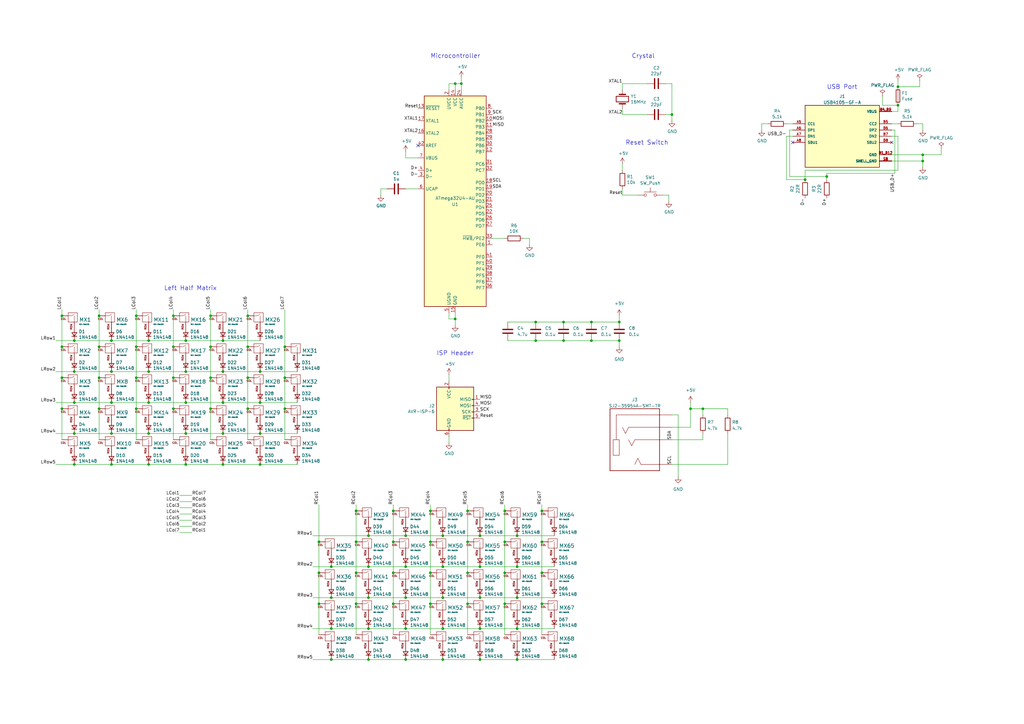
<source format=kicad_sch>
(kicad_sch (version 20211123) (generator eeschema)
  (paper "A3")
  (junction (at 40.64 167.64))
  (junction (at 86.36 142.24))
  (junction (at 146.05 234.95))
  (junction (at 146.05 209.55))
  (junction (at 135.89 245.11))
  (junction (at 106.68 177.8))
  (junction (at 45.72 152.4))
  (junction (at 71.12 154.94))
  (junction (at 30.48 165.1))
  (junction (at 146.05 247.65))
  (junction (at 207.01 222.25))
  (junction (at 130.81 234.95))
  (junction (at 222.25 234.95))
  (junction (at 40.64 142.24))
  (junction (at 86.36 154.94))
  (junction (at 212.09 219.71))
  (junction (at 186.69 130.81))
  (junction (at 45.72 165.1))
  (junction (at 151.13 219.71))
  (junction (at 60.96 190.5))
  (junction (at 191.77 234.95))
  (junction (at 231.14 132.08))
  (junction (at 219.71 132.08))
  (junction (at 40.64 154.94))
  (junction (at 166.37 257.81))
  (junction (at 222.25 209.55))
  (junction (at 116.84 167.64))
  (junction (at 91.44 177.8))
  (junction (at 60.96 152.4))
  (junction (at 91.44 139.7))
  (junction (at 283.21 167.64))
  (junction (at 86.36 167.64))
  (junction (at 207.01 247.65))
  (junction (at 30.48 177.8))
  (junction (at 101.6 142.24))
  (junction (at 166.37 245.11))
  (junction (at 212.09 232.41))
  (junction (at 176.53 234.95))
  (junction (at 222.25 247.65))
  (junction (at 207.01 234.95))
  (junction (at 275.59 46.99))
  (junction (at 176.53 222.25))
  (junction (at 212.09 270.51))
  (junction (at 242.57 139.7))
  (junction (at 91.44 165.1))
  (junction (at 55.88 142.24))
  (junction (at 191.77 247.65))
  (junction (at 254 132.08))
  (junction (at 55.88 154.94))
  (junction (at 222.25 222.25))
  (junction (at 254 139.7))
  (junction (at 181.61 270.51))
  (junction (at 25.4 167.64))
  (junction (at 130.81 247.65))
  (junction (at 25.4 142.24))
  (junction (at 181.61 257.81))
  (junction (at 368.3 35.56))
  (junction (at 378.46 66.04))
  (junction (at 189.23 34.29))
  (junction (at 106.68 152.4))
  (junction (at 378.46 63.5))
  (junction (at 135.89 257.81))
  (junction (at 161.29 209.55))
  (junction (at 151.13 270.51))
  (junction (at 151.13 257.81))
  (junction (at 181.61 245.11))
  (junction (at 45.72 177.8))
  (junction (at 161.29 247.65))
  (junction (at 212.09 245.11))
  (junction (at 242.57 132.08))
  (junction (at 40.64 129.54))
  (junction (at 71.12 167.64))
  (junction (at 106.68 165.1))
  (junction (at 196.85 257.81))
  (junction (at 151.13 232.41))
  (junction (at 45.72 139.7))
  (junction (at 60.96 165.1))
  (junction (at 116.84 154.94))
  (junction (at 91.44 152.4))
  (junction (at 71.12 129.54))
  (junction (at 196.85 219.71))
  (junction (at 76.2 165.1))
  (junction (at 181.61 232.41))
  (junction (at 101.6 129.54))
  (junction (at 231.14 139.7))
  (junction (at 76.2 139.7))
  (junction (at 135.89 232.41))
  (junction (at 116.84 142.24))
  (junction (at 30.48 152.4))
  (junction (at 101.6 154.94))
  (junction (at 166.37 232.41))
  (junction (at 288.29 167.64))
  (junction (at 186.69 34.29))
  (junction (at 76.2 177.8))
  (junction (at 166.37 270.51))
  (junction (at 55.88 167.64))
  (junction (at 181.61 219.71))
  (junction (at 219.71 139.7))
  (junction (at 55.88 129.54))
  (junction (at 161.29 234.95))
  (junction (at 130.81 222.25))
  (junction (at 196.85 270.51))
  (junction (at 86.36 129.54))
  (junction (at 76.2 190.5))
  (junction (at 101.6 167.64))
  (junction (at 368.3 43.18))
  (junction (at 191.77 222.25))
  (junction (at 176.53 247.65))
  (junction (at 30.48 139.7))
  (junction (at 196.85 232.41))
  (junction (at 330.2 73.66))
  (junction (at 166.37 219.71))
  (junction (at 196.85 245.11))
  (junction (at 161.29 222.25))
  (junction (at 60.96 177.8))
  (junction (at 191.77 209.55))
  (junction (at 76.2 152.4))
  (junction (at 146.05 222.25))
  (junction (at 106.68 190.5))
  (junction (at 176.53 209.55))
  (junction (at 45.72 190.5))
  (junction (at 25.4 154.94))
  (junction (at 339.09 72.39))
  (junction (at 151.13 245.11))
  (junction (at 25.4 129.54))
  (junction (at 30.48 190.5))
  (junction (at 135.89 270.51))
  (junction (at 207.01 209.55))
  (junction (at 91.44 190.5))
  (junction (at 60.96 139.7))
  (junction (at 212.09 257.81))
  (junction (at 71.12 142.24))
  (no_connect (at 365.76 58.42))
  (no_connect (at 325.12 58.42))
  (no_connect (at 171.45 59.69))
  (wire (pts (xy 86.36 142.24) (xy 86.36 154.94)))
  (wire (pts (xy 161.29 207.01) (xy 161.29 209.55)))
  (wire (pts (xy 73.66 205.74) (xy 78.74 205.74)))
  (wire (pts (xy 322.58 55.88) (xy 322.58 73.66)))
  (wire (pts (xy 201.93 97.79) (xy 207.01 97.79)))
  (wire (pts (xy 86.36 127) (xy 86.36 129.54)))
  (wire (pts (xy 73.66 213.36) (xy 78.74 213.36)))
  (wire (pts (xy 30.48 152.4) (xy 45.72 152.4)))
  (wire (pts (xy 25.4 129.54) (xy 25.4 142.24)))
  (wire (pts (xy 166.37 257.81) (xy 181.61 257.81)))
  (wire (pts (xy 283.21 167.64) (xy 283.21 165.1)))
  (wire (pts (xy 101.6 167.64) (xy 101.6 180.34)))
  (wire (pts (xy 255.27 77.47) (xy 255.27 80.01)))
  (wire (pts (xy 40.64 142.24) (xy 40.64 154.94)))
  (wire (pts (xy 22.86 139.7) (xy 30.48 139.7)))
  (wire (pts (xy 161.29 209.55) (xy 161.29 222.25)))
  (wire (pts (xy 22.86 152.4) (xy 30.48 152.4)))
  (wire (pts (xy 181.61 232.41) (xy 196.85 232.41)))
  (wire (pts (xy 288.29 180.34) (xy 288.29 177.8)))
  (wire (pts (xy 181.61 257.81) (xy 196.85 257.81)))
  (wire (pts (xy 208.28 132.08) (xy 219.71 132.08)))
  (wire (pts (xy 156.21 80.01) (xy 156.21 77.47)))
  (wire (pts (xy 130.81 234.95) (xy 130.81 247.65)))
  (wire (pts (xy 219.71 132.08) (xy 231.14 132.08)))
  (wire (pts (xy 288.29 170.18) (xy 288.29 167.64)))
  (wire (pts (xy 106.68 190.5) (xy 121.92 190.5)))
  (wire (pts (xy 91.44 152.4) (xy 106.68 152.4)))
  (wire (pts (xy 254 132.08) (xy 254 129.54)))
  (wire (pts (xy 184.15 34.29) (xy 186.69 34.29)))
  (wire (pts (xy 128.27 219.71) (xy 151.13 219.71)))
  (wire (pts (xy 222.25 207.01) (xy 222.25 209.55)))
  (wire (pts (xy 76.2 139.7) (xy 91.44 139.7)))
  (wire (pts (xy 242.57 139.7) (xy 254 139.7)))
  (wire (pts (xy 73.66 215.9) (xy 78.74 215.9)))
  (wire (pts (xy 71.12 129.54) (xy 71.12 142.24)))
  (wire (pts (xy 255.27 36.83) (xy 255.27 34.29)))
  (wire (pts (xy 171.45 77.47) (xy 166.37 77.47)))
  (wire (pts (xy 135.89 270.51) (xy 151.13 270.51)))
  (wire (pts (xy 73.66 203.2) (xy 78.74 203.2)))
  (wire (pts (xy 189.23 36.83) (xy 189.23 34.29)))
  (wire (pts (xy 271.78 80.01) (xy 274.32 80.01)))
  (wire (pts (xy 275.59 190.5) (xy 298.45 190.5)))
  (wire (pts (xy 22.86 177.8) (xy 30.48 177.8)))
  (wire (pts (xy 135.89 257.81) (xy 151.13 257.81)))
  (wire (pts (xy 55.88 127) (xy 55.88 129.54)))
  (wire (pts (xy 275.59 170.18) (xy 278.13 170.18)))
  (wire (pts (xy 60.96 165.1) (xy 76.2 165.1)))
  (wire (pts (xy 368.3 33.02) (xy 368.3 35.56)))
  (wire (pts (xy 45.72 190.5) (xy 60.96 190.5)))
  (wire (pts (xy 217.17 100.33) (xy 217.17 97.79)))
  (wire (pts (xy 146.05 209.55) (xy 146.05 222.25)))
  (wire (pts (xy 222.25 209.55) (xy 222.25 222.25)))
  (wire (pts (xy 135.89 232.41) (xy 151.13 232.41)))
  (wire (pts (xy 71.12 167.64) (xy 71.12 180.34)))
  (wire (pts (xy 196.85 232.41) (xy 212.09 232.41)))
  (wire (pts (xy 298.45 167.64) (xy 288.29 167.64)))
  (wire (pts (xy 184.15 181.61) (xy 184.15 179.07)))
  (wire (pts (xy 184.15 130.81) (xy 186.69 130.81)))
  (wire (pts (xy 166.37 219.71) (xy 181.61 219.71)))
  (wire (pts (xy 254 139.7) (xy 254 142.24)))
  (wire (pts (xy 73.66 218.44) (xy 78.74 218.44)))
  (wire (pts (xy 101.6 142.24) (xy 101.6 154.94)))
  (wire (pts (xy 101.6 154.94) (xy 101.6 167.64)))
  (wire (pts (xy 191.77 222.25) (xy 191.77 234.95)))
  (wire (pts (xy 323.85 72.39) (xy 339.09 72.39)))
  (wire (pts (xy 151.13 245.11) (xy 166.37 245.11)))
  (wire (pts (xy 222.25 247.65) (xy 222.25 260.35)))
  (wire (pts (xy 106.68 165.1) (xy 121.92 165.1)))
  (wire (pts (xy 40.64 129.54) (xy 40.64 142.24)))
  (wire (pts (xy 275.59 175.26) (xy 283.21 175.26)))
  (wire (pts (xy 151.13 270.51) (xy 166.37 270.51)))
  (wire (pts (xy 22.86 165.1) (xy 30.48 165.1)))
  (wire (pts (xy 130.81 222.25) (xy 130.81 234.95)))
  (wire (pts (xy 386.08 63.5) (xy 386.08 60.96)))
  (wire (pts (xy 275.59 46.99) (xy 273.05 46.99)))
  (wire (pts (xy 378.46 63.5) (xy 378.46 66.04)))
  (wire (pts (xy 191.77 207.01) (xy 191.77 209.55)))
  (wire (pts (xy 368.3 45.72) (xy 368.3 43.18)))
  (wire (pts (xy 212.09 245.11) (xy 227.33 245.11)))
  (wire (pts (xy 166.37 62.23) (xy 166.37 64.77)))
  (wire (pts (xy 339.09 71.12) (xy 339.09 72.39)))
  (wire (pts (xy 86.36 167.64) (xy 86.36 180.34)))
  (wire (pts (xy 212.09 232.41) (xy 227.33 232.41)))
  (wire (pts (xy 378.46 53.34) (xy 378.46 50.8)))
  (wire (pts (xy 365.76 55.88) (xy 368.3 55.88)))
  (wire (pts (xy 30.48 139.7) (xy 45.72 139.7)))
  (wire (pts (xy 176.53 209.55) (xy 176.53 222.25)))
  (wire (pts (xy 207.01 234.95) (xy 207.01 247.65)))
  (wire (pts (xy 25.4 154.94) (xy 25.4 167.64)))
  (wire (pts (xy 25.4 127) (xy 25.4 129.54)))
  (wire (pts (xy 40.64 167.64) (xy 40.64 180.34)))
  (wire (pts (xy 60.96 177.8) (xy 76.2 177.8)))
  (wire (pts (xy 255.27 80.01) (xy 261.62 80.01)))
  (wire (pts (xy 71.12 142.24) (xy 71.12 154.94)))
  (wire (pts (xy 325.12 55.88) (xy 322.58 55.88)))
  (wire (pts (xy 130.81 207.01) (xy 130.81 222.25)))
  (wire (pts (xy 191.77 209.55) (xy 191.77 222.25)))
  (wire (pts (xy 367.03 71.12) (xy 339.09 71.12)))
  (wire (pts (xy 312.42 53.34) (xy 312.42 50.8)))
  (wire (pts (xy 151.13 257.81) (xy 166.37 257.81)))
  (wire (pts (xy 166.37 245.11) (xy 181.61 245.11)))
  (wire (pts (xy 71.12 154.94) (xy 71.12 167.64)))
  (wire (pts (xy 76.2 152.4) (xy 91.44 152.4)))
  (wire (pts (xy 367.03 53.34) (xy 367.03 71.12)))
  (wire (pts (xy 161.29 222.25) (xy 161.29 234.95)))
  (wire (pts (xy 275.59 49.53) (xy 275.59 46.99)))
  (wire (pts (xy 255.27 67.31) (xy 255.27 69.85)))
  (wire (pts (xy 283.21 175.26) (xy 283.21 167.64)))
  (wire (pts (xy 30.48 177.8) (xy 45.72 177.8)))
  (wire (pts (xy 325.12 53.34) (xy 323.85 53.34)))
  (wire (pts (xy 322.58 50.8) (xy 325.12 50.8)))
  (wire (pts (xy 275.59 46.99) (xy 275.59 34.29)))
  (wire (pts (xy 45.72 165.1) (xy 60.96 165.1)))
  (wire (pts (xy 91.44 190.5) (xy 106.68 190.5)))
  (wire (pts (xy 275.59 34.29) (xy 273.05 34.29)))
  (wire (pts (xy 368.3 55.88) (xy 368.3 69.85)))
  (wire (pts (xy 40.64 127) (xy 40.64 129.54)))
  (wire (pts (xy 116.84 167.64) (xy 116.84 180.34)))
  (wire (pts (xy 101.6 129.54) (xy 101.6 142.24)))
  (wire (pts (xy 151.13 219.71) (xy 166.37 219.71)))
  (wire (pts (xy 368.3 69.85) (xy 330.2 69.85)))
  (wire (pts (xy 45.72 177.8) (xy 60.96 177.8)))
  (wire (pts (xy 207.01 207.01) (xy 207.01 209.55)))
  (wire (pts (xy 186.69 130.81) (xy 186.69 133.35)))
  (wire (pts (xy 186.69 36.83) (xy 186.69 34.29)))
  (wire (pts (xy 128.27 257.81) (xy 135.89 257.81)))
  (wire (pts (xy 217.17 97.79) (xy 214.63 97.79)))
  (wire (pts (xy 298.45 190.5) (xy 298.45 177.8)))
  (wire (pts (xy 361.95 43.18) (xy 368.3 43.18)))
  (wire (pts (xy 231.14 139.7) (xy 242.57 139.7)))
  (wire (pts (xy 196.85 219.71) (xy 212.09 219.71)))
  (wire (pts (xy 176.53 234.95) (xy 176.53 247.65)))
  (wire (pts (xy 116.84 127) (xy 116.84 142.24)))
  (wire (pts (xy 106.68 152.4) (xy 121.92 152.4)))
  (wire (pts (xy 181.61 245.11) (xy 196.85 245.11)))
  (wire (pts (xy 25.4 142.24) (xy 25.4 154.94)))
  (wire (pts (xy 207.01 247.65) (xy 207.01 260.35)))
  (wire (pts (xy 322.58 73.66) (xy 330.2 73.66)))
  (wire (pts (xy 181.61 219.71) (xy 196.85 219.71)))
  (wire (pts (xy 255.27 46.99) (xy 265.43 46.99)))
  (wire (pts (xy 212.09 257.81) (xy 227.33 257.81)))
  (wire (pts (xy 191.77 247.65) (xy 191.77 260.35)))
  (wire (pts (xy 116.84 154.94) (xy 116.84 167.64)))
  (wire (pts (xy 146.05 207.01) (xy 146.05 209.55)))
  (wire (pts (xy 128.27 232.41) (xy 135.89 232.41)))
  (wire (pts (xy 176.53 207.01) (xy 176.53 209.55)))
  (wire (pts (xy 219.71 139.7) (xy 231.14 139.7)))
  (wire (pts (xy 91.44 177.8) (xy 106.68 177.8)))
  (wire (pts (xy 151.13 232.41) (xy 166.37 232.41)))
  (wire (pts (xy 365.76 50.8) (xy 368.3 50.8)))
  (wire (pts (xy 212.09 270.51) (xy 227.33 270.51)))
  (wire (pts (xy 323.85 53.34) (xy 323.85 72.39)))
  (wire (pts (xy 361.95 39.37) (xy 361.95 43.18)))
  (wire (pts (xy 128.27 270.51) (xy 135.89 270.51)))
  (wire (pts (xy 73.66 210.82) (xy 78.74 210.82)))
  (wire (pts (xy 189.23 34.29) (xy 189.23 31.75)))
  (wire (pts (xy 156.21 77.47) (xy 158.75 77.47)))
  (wire (pts (xy 55.88 167.64) (xy 55.88 180.34)))
  (wire (pts (xy 161.29 247.65) (xy 161.29 260.35)))
  (wire (pts (xy 330.2 69.85) (xy 330.2 73.66)))
  (wire (pts (xy 208.28 139.7) (xy 219.71 139.7)))
  (wire (pts (xy 86.36 154.94) (xy 86.36 167.64)))
  (wire (pts (xy 146.05 222.25) (xy 146.05 234.95)))
  (wire (pts (xy 288.29 167.64) (xy 283.21 167.64)))
  (wire (pts (xy 196.85 257.81) (xy 212.09 257.81)))
  (wire (pts (xy 184.15 36.83) (xy 184.15 34.29)))
  (wire (pts (xy 86.36 129.54) (xy 86.36 142.24)))
  (wire (pts (xy 166.37 64.77) (xy 171.45 64.77)))
  (wire (pts (xy 166.37 270.51) (xy 181.61 270.51)))
  (wire (pts (xy 106.68 177.8) (xy 121.92 177.8)))
  (wire (pts (xy 222.25 234.95) (xy 222.25 247.65)))
  (wire (pts (xy 312.42 50.8) (xy 314.96 50.8)))
  (wire (pts (xy 212.09 219.71) (xy 227.33 219.71)))
  (wire (pts (xy 186.69 128.27) (xy 186.69 130.81)))
  (wire (pts (xy 207.01 209.55) (xy 207.01 222.25)))
  (wire (pts (xy 60.96 139.7) (xy 76.2 139.7)))
  (wire (pts (xy 161.29 234.95) (xy 161.29 247.65)))
  (wire (pts (xy 275.59 180.34) (xy 288.29 180.34)))
  (wire (pts (xy 91.44 139.7) (xy 106.68 139.7)))
  (wire (pts (xy 91.44 165.1) (xy 106.68 165.1)))
  (wire (pts (xy 116.84 142.24) (xy 116.84 154.94)))
  (wire (pts (xy 166.37 232.41) (xy 181.61 232.41)))
  (wire (pts (xy 378.46 63.5) (xy 386.08 63.5)))
  (wire (pts (xy 76.2 177.8) (xy 91.44 177.8)))
  (wire (pts (xy 45.72 139.7) (xy 60.96 139.7)))
  (wire (pts (xy 176.53 222.25) (xy 176.53 234.95)))
  (wire (pts (xy 181.61 270.51) (xy 196.85 270.51)))
  (wire (pts (xy 365.76 66.04) (xy 378.46 66.04)))
  (wire (pts (xy 298.45 170.18) (xy 298.45 167.64)))
  (wire (pts (xy 186.69 34.29) (xy 189.23 34.29)))
  (wire (pts (xy 196.85 245.11) (xy 212.09 245.11)))
  (wire (pts (xy 30.48 190.5) (xy 45.72 190.5)))
  (wire (pts (xy 45.72 152.4) (xy 60.96 152.4)))
  (wire (pts (xy 76.2 190.5) (xy 91.44 190.5)))
  (wire (pts (xy 25.4 167.64) (xy 25.4 180.34)))
  (wire (pts (xy 184.15 128.27) (xy 184.15 130.81)))
  (wire (pts (xy 55.88 154.94) (xy 55.88 167.64)))
  (wire (pts (xy 339.09 72.39) (xy 339.09 73.66)))
  (wire (pts (xy 255.27 44.45) (xy 255.27 46.99)))
  (wire (pts (xy 76.2 165.1) (xy 91.44 165.1)))
  (wire (pts (xy 73.66 208.28) (xy 78.74 208.28)))
  (wire (pts (xy 146.05 247.65) (xy 146.05 260.35)))
  (wire (pts (xy 191.77 234.95) (xy 191.77 247.65)))
  (wire (pts (xy 60.96 152.4) (xy 76.2 152.4)))
  (wire (pts (xy 176.53 247.65) (xy 176.53 260.35)))
  (wire (pts (xy 130.81 247.65) (xy 130.81 260.35)))
  (wire (pts (xy 55.88 142.24) (xy 55.88 154.94)))
  (wire (pts (xy 184.15 153.67) (xy 184.15 156.21)))
  (wire (pts (xy 101.6 127) (xy 101.6 129.54)))
  (wire (pts (xy 71.12 127) (xy 71.12 129.54)))
  (wire (pts (xy 222.25 222.25) (xy 222.25 234.95)))
  (wire (pts (xy 365.76 45.72) (xy 368.3 45.72)))
  (wire (pts (xy 22.86 190.5) (xy 30.48 190.5)))
  (wire (pts (xy 196.85 270.51) (xy 212.09 270.51)))
  (wire (pts (xy 365.76 53.34) (xy 367.03 53.34)))
  (wire (pts (xy 365.76 63.5) (xy 378.46 63.5)))
  (wire (pts (xy 278.13 170.18) (xy 278.13 195.58)))
  (wire (pts (xy 378.46 50.8) (xy 375.92 50.8)))
  (wire (pts (xy 255.27 34.29) (xy 265.43 34.29)))
  (wire (pts (xy 378.46 66.04) (xy 378.46 68.58)))
  (wire (pts (xy 242.57 132.08) (xy 254 132.08)))
  (wire (pts (xy 377.19 35.56) (xy 377.19 33.02)))
  (wire (pts (xy 368.3 35.56) (xy 377.19 35.56)))
  (wire (pts (xy 128.27 245.11) (xy 135.89 245.11)))
  (wire (pts (xy 30.48 165.1) (xy 45.72 165.1)))
  (wire (pts (xy 231.14 132.08) (xy 242.57 132.08)))
  (wire (pts (xy 60.96 190.5) (xy 76.2 190.5)))
  (wire (pts (xy 55.88 129.54) (xy 55.88 142.24)))
  (wire (pts (xy 207.01 222.25) (xy 207.01 234.95)))
  (wire (pts (xy 40.64 154.94) (xy 40.64 167.64)))
  (wire (pts (xy 146.05 234.95) (xy 146.05 247.65)))
  (wire (pts (xy 274.32 80.01) (xy 274.32 82.55)))
  (wire (pts (xy 135.89 245.11) (xy 151.13 245.11)))
  (text "Reset Switch" (at 256.54 59.69 0) (effects (font (size 1.8 1.8)) (justify left bottom)))
  (text "Microcontroller" (at 176.53 24.13 0) (effects (font (size 1.8 1.8)) (justify left bottom)))
  (text "Crystal" (at 259.08 24.13 0) (effects (font (size 1.8 1.8)) (justify left bottom)))
  (text "Left Half Matrix" (at 67.31 119.38 0) (effects (font (size 1.8 1.8)) (justify left bottom)))
  (text "ISP Header" (at 179.07 146.05 0) (effects (font (size 1.8 1.8)) (justify left bottom)))
  (text "USB Port" (at 339.09 36.83 0) (effects (font (size 1.8 1.8)) (justify left bottom)))
  (label "XTAL1" (at 171.45 49.53 180))
  (label "Reset" (at 196.85 171.45 0))
  (label "LCol2" (at 73.66 205.74 180))
  (label "Reset" (at 171.45 44.45 180))
  (label "RRow2" (at 128.27 232.41 180))
  (label "RRow4" (at 128.27 257.81 180))
  (label "RCol6" (at 78.74 205.74 0))
  (label "MISO" (at 201.93 52.07 0))
  (label "USB_D+" (at 367.03 71.12 270))
  (label "RCol3" (at 78.74 213.36 0))
  (label "RCol5" (at 78.74 208.28 0))
  (label "D-" (at 171.45 72.39 180))
  (label "RCol5" (at 191.77 207.01 90))
  (label "LCol7" (at 73.66 218.44 180))
  (label "LCol3" (at 73.66 208.28 180))
  (label "LRow5" (at 22.86 190.5 180))
  (label "LCol6" (at 101.6 127 90))
  (label "SDA" (at 275.59 180.34 90))
  (label "LRow1" (at 22.86 139.7 180))
  (label "LCol4" (at 73.66 210.82 180))
  (label "XTAL2" (at 171.45 54.61 180))
  (label "RRow3" (at 128.27 245.11 180))
  (label "RCol6" (at 207.01 207.01 90))
  (label "LCol6" (at 73.66 215.9 180))
  (label "RCol1" (at 78.74 218.44 0))
  (label "SDA" (at 201.93 77.47 0))
  (label "LRow4" (at 22.86 177.8 180))
  (label "SCK" (at 201.93 46.99 0))
  (label "RCol3" (at 161.29 207.01 90))
  (label "SCL" (at 275.59 190.5 90))
  (label "RCol4" (at 78.74 210.82 0))
  (label "Reset" (at 255.27 80.01 180))
  (label "MOSI" (at 196.85 166.37 0))
  (label "SCL" (at 201.93 74.93 0))
  (label "RCol7" (at 222.25 207.01 90))
  (label "MOSI" (at 201.93 49.53 0))
  (label "D+" (at 339.09 81.28 270))
  (label "LCol3" (at 55.88 127 90))
  (label "XTAL1" (at 255.27 34.29 180))
  (label "LRow2" (at 22.86 152.4 180))
  (label "LCol5" (at 86.36 127 90))
  (label "XTAL2" (at 255.27 46.99 180))
  (label "SCK" (at 196.85 168.91 0))
  (label "RCol2" (at 78.74 215.9 0))
  (label "LCol1" (at 73.66 203.2 180))
  (label "RCol1" (at 130.81 207.01 90))
  (label "LRow3" (at 22.86 165.1 180))
  (label "RCol7" (at 78.74 203.2 0))
  (label "MISO" (at 196.85 163.83 0))
  (label "D+" (at 171.45 69.85 180))
  (label "LCol5" (at 73.66 213.36 180))
  (label "USB_D-" (at 322.58 55.88 180))
  (label "RRow5" (at 128.27 270.51 180))
  (label "RRow1" (at 128.27 219.71 180))
  (label "D-" (at 330.2 81.28 270))
  (label "RCol4" (at 176.53 207.01 90))
  (label "RCol2" (at 146.05 207.01 90))
  (label "LCol7" (at 116.84 127 90))
  (label "LCol1" (at 25.4 127 90))
  (label "LCol4" (at 71.12 127 90))
  (label "LCol2" (at 40.64 127 90))
  (symbol (lib_id "MCU_Microchip_ATmega:ATmega32U4-AU") (at 186.69 82.55 0) (unit 1)
    (property "Reference" "U1" (at 186.69 83.82 0))
    (property "Value" "ATmega32U4-AU" (at 186.69 81.28 0))
    (property "Footprint" "Package_QFP:TQFP-44_10x10mm_P0.8mm" (effects hide))
    (property "Datasheet" "http://ww1.microchip.com/downloads/en/DeviceDoc/Atmel-7766-8-bit-AVR-ATmega16U4-32U4_Datasheet.pdf" (effects hide))
  )
  (symbol (lib_id "nikon:MX-NoLED") (at 29.21 130.81 0) (mirror y) (unit 1)
    (property "Reference" "MX1" (at 32.4612 131.1402 0) (effects (font (size 1.524 1.524)) (justify right)))
    (property "Value" "MX-NoLED" (at 32.4612 133.0198 0) (effects (font (size 0.508 0.508)) (justify right)))
    (property "Footprint" "nikon:SW_Kailh_Choc_V1_1.00u" (effects hide))
  )
  (symbol (lib_id "Device:D_Small") (at 30.48 137.16 90) (unit 1)
    (property "Reference" "D1" (at 32.258 135.9916 90) (effects (justify right)))
    (property "Value" "1N4148" (at 32.258 138.303 90) (effects (justify right)))
    (property "Footprint" "Diode_SMD:D_SOD-123F" (effects hide))
  )
  (symbol (lib_id "nikon:MX-NoLED") (at 44.45 130.81 0) (mirror y) (unit 1)
    (property "Reference" "MX6" (at 47.7012 131.1402 0) (effects (font (size 1.524 1.524)) (justify right)))
    (property "Value" "MX-NoLED" (at 47.7012 133.0198 0) (effects (font (size 0.508 0.508)) (justify right)))
    (property "Footprint" "nikon:SW_Kailh_Choc_V1_1.00u" (effects hide))
  )
  (symbol (lib_id "Device:D_Small") (at 45.72 137.16 90) (unit 1)
    (property "Reference" "D6" (at 47.498 135.9916 90) (effects (justify right)))
    (property "Value" "1N4148" (at 47.498 138.303 90) (effects (justify right)))
    (property "Footprint" "Diode_SMD:D_SOD-123F" (effects hide))
  )
  (symbol (lib_id "nikon:MX-NoLED") (at 59.69 130.81 0) (mirror y) (unit 1)
    (property "Reference" "MX11" (at 62.9412 131.1402 0) (effects (font (size 1.524 1.524)) (justify right)))
    (property "Value" "MX-NoLED" (at 62.9412 133.0198 0) (effects (font (size 0.508 0.508)) (justify right)))
    (property "Footprint" "nikon:SW_Kailh_Choc_V1_1.00u" (effects hide))
  )
  (symbol (lib_id "Device:D_Small") (at 60.96 137.16 90) (unit 1)
    (property "Reference" "D11" (at 62.738 135.9916 90) (effects (justify right)))
    (property "Value" "1N4148" (at 62.738 138.303 90) (effects (justify right)))
    (property "Footprint" "Diode_SMD:D_SOD-123F" (effects hide))
  )
  (symbol (lib_id "nikon:MX-NoLED") (at 74.93 130.81 0) (mirror y) (unit 1)
    (property "Reference" "MX16" (at 78.1812 131.1402 0) (effects (font (size 1.524 1.524)) (justify right)))
    (property "Value" "MX-NoLED" (at 78.1812 133.0198 0) (effects (font (size 0.508 0.508)) (justify right)))
    (property "Footprint" "nikon:SW_Kailh_Choc_V1_1.00u" (effects hide))
  )
  (symbol (lib_id "Device:D_Small") (at 76.2 137.16 90) (unit 1)
    (property "Reference" "D16" (at 77.978 135.9916 90) (effects (justify right)))
    (property "Value" "1N4148" (at 77.978 138.303 90) (effects (justify right)))
    (property "Footprint" "Diode_SMD:D_SOD-123F" (effects hide))
  )
  (symbol (lib_id "nikon:MX-NoLED") (at 90.17 130.81 0) (mirror y) (unit 1)
    (property "Reference" "MX21" (at 93.4212 131.1402 0) (effects (font (size 1.524 1.524)) (justify right)))
    (property "Value" "MX-NoLED" (at 93.4212 133.0198 0) (effects (font (size 0.508 0.508)) (justify right)))
    (property "Footprint" "nikon:SW_Kailh_Choc_V1_1.00u" (effects hide))
  )
  (symbol (lib_id "Device:D_Small") (at 91.44 137.16 90) (unit 1)
    (property "Reference" "D21" (at 93.218 135.9916 90) (effects (justify right)))
    (property "Value" "1N4148" (at 93.218 138.303 90) (effects (justify right)))
    (property "Footprint" "Diode_SMD:D_SOD-123F" (effects hide))
  )
  (symbol (lib_id "nikon:MX-NoLED") (at 105.41 130.81 0) (mirror y) (unit 1)
    (property "Reference" "MX26" (at 108.6612 131.1402 0) (effects (font (size 1.524 1.524)) (justify right)))
    (property "Value" "MX-NoLED" (at 108.6612 133.0198 0) (effects (font (size 0.508 0.508)) (justify right)))
    (property "Footprint" "nikon:SW_Kailh_Choc_V1_1.00u" (effects hide))
  )
  (symbol (lib_id "Device:D_Small") (at 106.68 137.16 90) (unit 1)
    (property "Reference" "D26" (at 108.458 135.9916 90) (effects (justify right)))
    (property "Value" "1N4148" (at 108.458 138.303 90) (effects (justify right)))
    (property "Footprint" "Diode_SMD:D_SOD-123F" (effects hide))
  )
  (symbol (lib_id "nikon:MX-NoLED") (at 29.21 143.51 0) (mirror y) (unit 1)
    (property "Reference" "MX2" (at 32.4612 143.8402 0) (effects (font (size 1.524 1.524)) (justify right)))
    (property "Value" "MX-NoLED" (at 32.4612 145.7198 0) (effects (font (size 0.508 0.508)) (justify right)))
    (property "Footprint" "nikon:SW_Kailh_Choc_V1_1.00u" (effects hide))
  )
  (symbol (lib_id "nikon:MX-NoLED") (at 44.45 143.51 0) (mirror y) (unit 1)
    (property "Reference" "MX7" (at 47.7012 143.8402 0) (effects (font (size 1.524 1.524)) (justify right)))
    (property "Value" "MX-NoLED" (at 47.7012 145.7198 0) (effects (font (size 0.508 0.508)) (justify right)))
    (property "Footprint" "nikon:SW_Kailh_Choc_V1_1.00u" (effects hide))
  )
  (symbol (lib_id "nikon:MX-NoLED") (at 59.69 143.51 0) (mirror y) (unit 1)
    (property "Reference" "MX12" (at 62.9412 143.8402 0) (effects (font (size 1.524 1.524)) (justify right)))
    (property "Value" "MX-NoLED" (at 62.9412 145.7198 0) (effects (font (size 0.508 0.508)) (justify right)))
    (property "Footprint" "nikon:SW_Kailh_Choc_V1_1.00u" (effects hide))
  )
  (symbol (lib_id "nikon:MX-NoLED") (at 74.93 143.51 0) (mirror y) (unit 1)
    (property "Reference" "MX17" (at 78.1812 143.8402 0) (effects (font (size 1.524 1.524)) (justify right)))
    (property "Value" "MX-NoLED" (at 78.1812 145.7198 0) (effects (font (size 0.508 0.508)) (justify right)))
    (property "Footprint" "nikon:SW_Kailh_Choc_V1_1.00u" (effects hide))
  )
  (symbol (lib_id "nikon:MX-NoLED") (at 90.17 143.51 0) (mirror y) (unit 1)
    (property "Reference" "MX22" (at 93.4212 143.8402 0) (effects (font (size 1.524 1.524)) (justify right)))
    (property "Value" "MX-NoLED" (at 93.4212 145.7198 0) (effects (font (size 0.508 0.508)) (justify right)))
    (property "Footprint" "nikon:SW_Kailh_Choc_V1_1.00u" (effects hide))
  )
  (symbol (lib_id "nikon:MX-NoLED") (at 105.41 143.51 0) (mirror y) (unit 1)
    (property "Reference" "MX27" (at 108.6612 143.8402 0) (effects (font (size 1.524 1.524)) (justify right)))
    (property "Value" "MX-NoLED" (at 108.6612 145.7198 0) (effects (font (size 0.508 0.508)) (justify right)))
    (property "Footprint" "nikon:SW_Kailh_Choc_V1_1.00u" (effects hide))
  )
  (symbol (lib_id "nikon:MX-NoLED") (at 120.65 143.51 0) (mirror y) (unit 1)
    (property "Reference" "MX31" (at 123.9012 143.8402 0) (effects (font (size 1.524 1.524)) (justify right)))
    (property "Value" "MX-NoLED" (at 123.9012 145.7198 0) (effects (font (size 0.508 0.508)) (justify right)))
    (property "Footprint" "nikon:SW_Kailh_Choc_V1_1.50u" (effects hide))
  )
  (symbol (lib_id "Device:D_Small") (at 30.48 149.86 90) (unit 1)
    (property "Reference" "D2" (at 32.258 148.6916 90) (effects (justify right)))
    (property "Value" "1N4148" (at 32.258 151.003 90) (effects (justify right)))
    (property "Footprint" "Diode_SMD:D_SOD-123F" (effects hide))
  )
  (symbol (lib_id "Device:D_Small") (at 45.72 149.86 90) (unit 1)
    (property "Reference" "D7" (at 47.498 148.6916 90) (effects (justify right)))
    (property "Value" "1N4148" (at 47.498 151.003 90) (effects (justify right)))
    (property "Footprint" "Diode_SMD:D_SOD-123F" (effects hide))
  )
  (symbol (lib_id "Device:D_Small") (at 60.96 149.86 90) (unit 1)
    (property "Reference" "D12" (at 62.738 148.6916 90) (effects (justify right)))
    (property "Value" "1N4148" (at 62.738 151.003 90) (effects (justify right)))
    (property "Footprint" "Diode_SMD:D_SOD-123F" (effects hide))
  )
  (symbol (lib_id "Device:D_Small") (at 76.2 149.86 90) (unit 1)
    (property "Reference" "D17" (at 77.978 148.6916 90) (effects (justify right)))
    (property "Value" "1N4148" (at 77.978 151.003 90) (effects (justify right)))
    (property "Footprint" "Diode_SMD:D_SOD-123F" (effects hide))
  )
  (symbol (lib_id "Device:D_Small") (at 91.44 149.86 90) (unit 1)
    (property "Reference" "D22" (at 93.218 148.6916 90) (effects (justify right)))
    (property "Value" "1N4148" (at 93.218 151.003 90) (effects (justify right)))
    (property "Footprint" "Diode_SMD:D_SOD-123F" (effects hide))
  )
  (symbol (lib_id "Device:D_Small") (at 106.68 149.86 90) (unit 1)
    (property "Reference" "D27" (at 108.458 148.6916 90) (effects (justify right)))
    (property "Value" "1N4148" (at 108.458 151.003 90) (effects (justify right)))
    (property "Footprint" "Diode_SMD:D_SOD-123F" (effects hide))
  )
  (symbol (lib_id "Device:D_Small") (at 121.92 149.86 90) (unit 1)
    (property "Reference" "D31" (at 123.698 148.6916 90) (effects (justify right)))
    (property "Value" "1N4148" (at 123.698 151.003 90) (effects (justify right)))
    (property "Footprint" "Diode_SMD:D_SOD-123F" (effects hide))
  )
  (symbol (lib_id "nikon:MX-NoLED") (at 29.21 156.21 0) (mirror y) (unit 1)
    (property "Reference" "MX3" (at 32.4612 156.5402 0) (effects (font (size 1.524 1.524)) (justify right)))
    (property "Value" "MX-NoLED" (at 32.4612 158.4198 0) (effects (font (size 0.508 0.508)) (justify right)))
    (property "Footprint" "nikon:SW_Kailh_Choc_V1_1.00u" (effects hide))
  )
  (symbol (lib_id "nikon:MX-NoLED") (at 44.45 156.21 0) (mirror y) (unit 1)
    (property "Reference" "MX8" (at 47.7012 156.5402 0) (effects (font (size 1.524 1.524)) (justify right)))
    (property "Value" "MX-NoLED" (at 47.7012 158.4198 0) (effects (font (size 0.508 0.508)) (justify right)))
    (property "Footprint" "nikon:SW_Kailh_Choc_V1_1.00u" (effects hide))
  )
  (symbol (lib_id "nikon:MX-NoLED") (at 59.69 156.21 0) (mirror y) (unit 1)
    (property "Reference" "MX13" (at 62.9412 156.5402 0) (effects (font (size 1.524 1.524)) (justify right)))
    (property "Value" "MX-NoLED" (at 62.9412 158.4198 0) (effects (font (size 0.508 0.508)) (justify right)))
    (property "Footprint" "nikon:SW_Kailh_Choc_V1_1.00u" (effects hide))
  )
  (symbol (lib_id "nikon:MX-NoLED") (at 74.93 156.21 0) (mirror y) (unit 1)
    (property "Reference" "MX18" (at 78.1812 156.5402 0) (effects (font (size 1.524 1.524)) (justify right)))
    (property "Value" "MX-NoLED" (at 78.1812 158.4198 0) (effects (font (size 0.508 0.508)) (justify right)))
    (property "Footprint" "nikon:SW_Kailh_Choc_V1_1.00u" (effects hide))
  )
  (symbol (lib_id "nikon:MX-NoLED") (at 90.17 156.21 0) (mirror y) (unit 1)
    (property "Reference" "MX23" (at 93.4212 156.5402 0) (effects (font (size 1.524 1.524)) (justify right)))
    (property "Value" "MX-NoLED" (at 93.4212 158.4198 0) (effects (font (size 0.508 0.508)) (justify right)))
    (property "Footprint" "nikon:SW_Kailh_Choc_V1_1.00u" (effects hide))
  )
  (symbol (lib_id "nikon:MX-NoLED") (at 105.41 156.21 0) (mirror y) (unit 1)
    (property "Reference" "MX28" (at 108.6612 156.5402 0) (effects (font (size 1.524 1.524)) (justify right)))
    (property "Value" "MX-NoLED" (at 108.6612 158.4198 0) (effects (font (size 0.508 0.508)) (justify right)))
    (property "Footprint" "nikon:SW_Kailh_Choc_V1_1.00u" (effects hide))
  )
  (symbol (lib_id "Device:D_Small") (at 30.48 162.56 90) (unit 1)
    (property "Reference" "D3" (at 32.258 161.3916 90) (effects (justify right)))
    (property "Value" "1N4148" (at 32.258 163.703 90) (effects (justify right)))
    (property "Footprint" "Diode_SMD:D_SOD-123F" (effects hide))
  )
  (symbol (lib_id "Device:D_Small") (at 45.72 162.56 90) (unit 1)
    (property "Reference" "D8" (at 47.498 161.3916 90) (effects (justify right)))
    (property "Value" "1N4148" (at 47.498 163.703 90) (effects (justify right)))
    (property "Footprint" "Diode_SMD:D_SOD-123F" (effects hide))
  )
  (symbol (lib_id "Device:D_Small") (at 60.96 162.56 90) (unit 1)
    (property "Reference" "D13" (at 62.738 161.3916 90) (effects (justify right)))
    (property "Value" "1N4148" (at 62.738 163.703 90) (effects (justify right)))
    (property "Footprint" "Diode_SMD:D_SOD-123F" (effects hide))
  )
  (symbol (lib_id "Device:D_Small") (at 76.2 162.56 90) (unit 1)
    (property "Reference" "D18" (at 77.978 161.3916 90) (effects (justify right)))
    (property "Value" "1N4148" (at 77.978 163.703 90) (effects (justify right)))
    (property "Footprint" "Diode_SMD:D_SOD-123F" (effects hide))
  )
  (symbol (lib_id "Device:D_Small") (at 91.44 162.56 90) (unit 1)
    (property "Reference" "D23" (at 93.218 161.3916 90) (effects (justify right)))
    (property "Value" "1N4148" (at 93.218 163.703 90) (effects (justify right)))
    (property "Footprint" "Diode_SMD:D_SOD-123F" (effects hide))
  )
  (symbol (lib_id "Device:D_Small") (at 106.68 162.56 90) (unit 1)
    (property "Reference" "D28" (at 108.458 161.3916 90) (effects (justify right)))
    (property "Value" "1N4148" (at 108.458 163.703 90) (effects (justify right)))
    (property "Footprint" "Diode_SMD:D_SOD-123F" (effects hide))
  )
  (symbol (lib_id "nikon:MX-NoLED") (at 29.21 168.91 0) (mirror y) (unit 1)
    (property "Reference" "MX4" (at 32.4612 169.2402 0) (effects (font (size 1.524 1.524)) (justify right)))
    (property "Value" "MX-NoLED" (at 32.4612 171.1198 0) (effects (font (size 0.508 0.508)) (justify right)))
    (property "Footprint" "nikon:SW_Kailh_Choc_V1_1.00u" (effects hide))
  )
  (symbol (lib_id "nikon:MX-NoLED") (at 44.45 168.91 0) (mirror y) (unit 1)
    (property "Reference" "MX9" (at 47.7012 169.2402 0) (effects (font (size 1.524 1.524)) (justify right)))
    (property "Value" "MX-NoLED" (at 47.7012 171.1198 0) (effects (font (size 0.508 0.508)) (justify right)))
    (property "Footprint" "nikon:SW_Kailh_Choc_V1_1.00u" (effects hide))
  )
  (symbol (lib_id "nikon:MX-NoLED") (at 59.69 168.91 0) (mirror y) (unit 1)
    (property "Reference" "MX14" (at 62.9412 169.2402 0) (effects (font (size 1.524 1.524)) (justify right)))
    (property "Value" "MX-NoLED" (at 62.9412 171.1198 0) (effects (font (size 0.508 0.508)) (justify right)))
    (property "Footprint" "nikon:SW_Kailh_Choc_V1_1.00u" (effects hide))
  )
  (symbol (lib_id "nikon:MX-NoLED") (at 74.93 168.91 0) (mirror y) (unit 1)
    (property "Reference" "MX19" (at 78.1812 169.2402 0) (effects (font (size 1.524 1.524)) (justify right)))
    (property "Value" "MX-NoLED" (at 78.1812 171.1198 0) (effects (font (size 0.508 0.508)) (justify right)))
    (property "Footprint" "nikon:SW_Kailh_Choc_V1_1.00u" (effects hide))
  )
  (symbol (lib_id "nikon:MX-NoLED") (at 90.17 168.91 0) (mirror y) (unit 1)
    (property "Reference" "MX24" (at 93.4212 169.2402 0) (effects (font (size 1.524 1.524)) (justify right)))
    (property "Value" "MX-NoLED" (at 93.4212 171.1198 0) (effects (font (size 0.508 0.508)) (justify right)))
    (property "Footprint" "nikon:SW_Kailh_Choc_V1_1.00u" (effects hide))
  )
  (symbol (lib_id "nikon:MX-NoLED") (at 105.41 168.91 0) (mirror y) (unit 1)
    (property "Reference" "MX29" (at 108.6612 169.2402 0) (effects (font (size 1.524 1.524)) (justify right)))
    (property "Value" "MX-NoLED" (at 108.6612 171.1198 0) (effects (font (size 0.508 0.508)) (justify right)))
    (property "Footprint" "nikon:SW_Kailh_Choc_V1_1.00u" (effects hide))
  )
  (symbol (lib_id "nikon:MX-NoLED") (at 120.65 168.91 0) (mirror y) (unit 1)
    (property "Reference" "MX33" (at 123.9012 169.2402 0) (effects (font (size 1.524 1.524)) (justify right)))
    (property "Value" "MX-NoLED" (at 123.9012 171.1198 0) (effects (font (size 0.508 0.508)) (justify right)))
    (property "Footprint" "nikon:SW_Kailh_Choc_V1_1.50u" (effects hide))
  )
  (symbol (lib_id "Device:D_Small") (at 30.48 175.26 90) (unit 1)
    (property "Reference" "D4" (at 32.258 174.0916 90) (effects (justify right)))
    (property "Value" "1N4148" (at 32.258 176.403 90) (effects (justify right)))
    (property "Footprint" "Diode_SMD:D_SOD-123F" (effects hide))
  )
  (symbol (lib_id "Device:D_Small") (at 45.72 175.26 90) (unit 1)
    (property "Reference" "D9" (at 47.498 174.0916 90) (effects (justify right)))
    (property "Value" "1N4148" (at 47.498 176.403 90) (effects (justify right)))
    (property "Footprint" "Diode_SMD:D_SOD-123F" (effects hide))
  )
  (symbol (lib_id "Device:D_Small") (at 60.96 175.26 90) (unit 1)
    (property "Reference" "D14" (at 62.738 174.0916 90) (effects (justify right)))
    (property "Value" "1N4148" (at 62.738 176.403 90) (effects (justify right)))
    (property "Footprint" "Diode_SMD:D_SOD-123F" (effects hide))
  )
  (symbol (lib_id "Device:D_Small") (at 76.2 175.26 90) (unit 1)
    (property "Reference" "D19" (at 77.978 174.0916 90) (effects (justify right)))
    (property "Value" "1N4148" (at 77.978 176.403 90) (effects (justify right)))
    (property "Footprint" "Diode_SMD:D_SOD-123F" (effects hide))
  )
  (symbol (lib_id "Device:D_Small") (at 91.44 175.26 90) (unit 1)
    (property "Reference" "D24" (at 93.218 174.0916 90) (effects (justify right)))
    (property "Value" "1N4148" (at 93.218 176.403 90) (effects (justify right)))
    (property "Footprint" "Diode_SMD:D_SOD-123F" (effects hide))
  )
  (symbol (lib_id "Device:D_Small") (at 106.68 175.26 90) (unit 1)
    (property "Reference" "D29" (at 108.458 174.0916 90) (effects (justify right)))
    (property "Value" "1N4148" (at 108.458 176.403 90) (effects (justify right)))
    (property "Footprint" "Diode_SMD:D_SOD-123F" (effects hide))
  )
  (symbol (lib_id "Device:D_Small") (at 121.92 175.26 90) (unit 1)
    (property "Reference" "D33" (at 123.698 174.0916 90) (effects (justify right)))
    (property "Value" "1N4148" (at 123.698 176.403 90) (effects (justify right)))
    (property "Footprint" "Diode_SMD:D_SOD-123F" (effects hide))
  )
  (symbol (lib_id "nikon:MX-NoLED") (at 120.65 156.21 0) (mirror y) (unit 1)
    (property "Reference" "MX32" (at 123.9012 156.5402 0) (effects (font (size 1.524 1.524)) (justify right)))
    (property "Value" "MX-NoLED" (at 123.9012 158.4198 0) (effects (font (size 0.508 0.508)) (justify right)))
    (property "Footprint" "nikon:SW_Kailh_Choc_V1_1.50u" (effects hide))
  )
  (symbol (lib_id "Device:D_Small") (at 121.92 162.56 90) (unit 1)
    (property "Reference" "D32" (at 123.698 161.3916 90) (effects (justify right)))
    (property "Value" "1N4148" (at 123.698 163.703 90) (effects (justify right)))
    (property "Footprint" "Diode_SMD:D_SOD-123F" (effects hide))
  )
  (symbol (lib_id "nikon:MX-NoLED") (at 29.21 181.61 0) (mirror y) (unit 1)
    (property "Reference" "MX5" (at 32.4612 181.9402 0) (effects (font (size 1.524 1.524)) (justify right)))
    (property "Value" "MX-NoLED" (at 32.4612 183.8198 0) (effects (font (size 0.508 0.508)) (justify right)))
    (property "Footprint" "nikon:SW_Kailh_Choc_V1_1.00u" (effects hide))
  )
  (symbol (lib_id "nikon:MX-NoLED") (at 44.45 181.61 0) (mirror y) (unit 1)
    (property "Reference" "MX10" (at 47.7012 181.9402 0) (effects (font (size 1.524 1.524)) (justify right)))
    (property "Value" "MX-NoLED" (at 47.7012 183.8198 0) (effects (font (size 0.508 0.508)) (justify right)))
    (property "Footprint" "nikon:SW_Kailh_Choc_V1_1.00u" (effects hide))
  )
  (symbol (lib_id "nikon:MX-NoLED") (at 59.69 181.61 0) (mirror y) (unit 1)
    (property "Reference" "MX15" (at 62.9412 181.9402 0) (effects (font (size 1.524 1.524)) (justify right)))
    (property "Value" "MX-NoLED" (at 62.9412 183.8198 0) (effects (font (size 0.508 0.508)) (justify right)))
    (property "Footprint" "nikon:SW_Kailh_Choc_V1_1.00u" (effects hide))
  )
  (symbol (lib_id "nikon:MX-NoLED") (at 74.93 181.61 0) (mirror y) (unit 1)
    (property "Reference" "MX20" (at 78.1812 181.9402 0) (effects (font (size 1.524 1.524)) (justify right)))
    (property "Value" "MX-NoLED" (at 78.1812 183.8198 0) (effects (font (size 0.508 0.508)) (justify right)))
    (property "Footprint" "nikon:SW_Kailh_Choc_V1_1.00u" (effects hide))
  )
  (symbol (lib_id "nikon:MX-NoLED") (at 90.17 181.61 0) (mirror y) (unit 1)
    (property "Reference" "MX25" (at 93.4212 181.9402 0) (effects (font (size 1.524 1.524)) (justify right)))
    (property "Value" "MX-NoLED" (at 93.4212 183.8198 0) (effects (font (size 0.508 0.508)) (justify right)))
    (property "Footprint" "nikon:SW_Kailh_Choc_V1_1.50u" (effects hide))
  )
  (symbol (lib_id "nikon:MX-NoLED") (at 105.41 181.61 0) (mirror y) (unit 1)
    (property "Reference" "MX30" (at 108.6612 181.9402 0) (effects (font (size 1.524 1.524)) (justify right)))
    (property "Value" "MX-NoLED" (at 108.6612 183.8198 0) (effects (font (size 0.508 0.508)) (justify right)))
    (property "Footprint" "nikon:SW_Kailh_Choc_V1_1.50u" (effects hide))
  )
  (symbol (lib_id "nikon:MX-NoLED") (at 120.65 181.61 0) (mirror y) (unit 1)
    (property "Reference" "MX34" (at 123.9012 181.9402 0) (effects (font (size 1.524 1.524)) (justify right)))
    (property "Value" "MX-NoLED" (at 123.9012 183.8198 0) (effects (font (size 0.508 0.508)) (justify right)))
    (property "Footprint" "nikon:SW_Kailh_Choc_V1_1.50u" (effects hide))
  )
  (symbol (lib_id "Device:D_Small") (at 30.48 187.96 90) (unit 1)
    (property "Reference" "D5" (at 32.258 186.7916 90) (effects (justify right)))
    (property "Value" "1N4148" (at 32.258 189.103 90) (effects (justify right)))
    (property "Footprint" "Diode_SMD:D_SOD-123F" (effects hide))
  )
  (symbol (lib_id "Device:D_Small") (at 45.72 187.96 90) (unit 1)
    (property "Reference" "D10" (at 47.498 186.7916 90) (effects (justify right)))
    (property "Value" "1N4148" (at 47.498 189.103 90) (effects (justify right)))
    (property "Footprint" "Diode_SMD:D_SOD-123F" (effects hide))
  )
  (symbol (lib_id "Device:D_Small") (at 60.96 187.96 90) (unit 1)
    (property "Reference" "D15" (at 62.738 186.7916 90) (effects (justify right)))
    (property "Value" "1N4148" (at 62.738 189.103 90) (effects (justify right)))
    (property "Footprint" "Diode_SMD:D_SOD-123F" (effects hide))
  )
  (symbol (lib_id "Device:D_Small") (at 76.2 187.96 90) (unit 1)
    (property "Reference" "D20" (at 77.978 186.7916 90) (effects (justify right)))
    (property "Value" "1N4148" (at 77.978 189.103 90) (effects (justify right)))
    (property "Footprint" "Diode_SMD:D_SOD-123F" (effects hide))
  )
  (symbol (lib_id "Device:D_Small") (at 91.44 187.96 90) (unit 1)
    (property "Reference" "D25" (at 93.218 186.7916 90) (effects (justify right)))
    (property "Value" "1N4148" (at 93.218 189.103 90) (effects (justify right)))
    (property "Footprint" "Diode_SMD:D_SOD-123F" (effects hide))
  )
  (symbol (lib_id "Device:D_Small") (at 106.68 187.96 90) (unit 1)
    (property "Reference" "D30" (at 108.458 186.7916 90) (effects (justify right)))
    (property "Value" "1N4148" (at 108.458 189.103 90) (effects (justify right)))
    (property "Footprint" "Diode_SMD:D_SOD-123F" (effects hide))
  )
  (symbol (lib_id "Device:D_Small") (at 121.92 187.96 90) (unit 1)
    (property "Reference" "D34" (at 123.698 186.7916 90) (effects (justify right)))
    (property "Value" "1N4148" (at 123.698 189.103 90) (effects (justify right)))
    (property "Footprint" "Diode_SMD:D_SOD-123F" (effects hide))
  )
  (symbol (lib_id "Switch:SW_Push") (at 266.7 80.01 0) (unit 1)
    (property "Reference" "SW1" (at 266.7 72.771 0))
    (property "Value" "SW_Push" (at 266.7 75.0824 0))
    (property "Footprint" "Button_Switch_SMD:SW_Push_1P1T_NO_CK_KMR2" (effects hide))
  )
  (symbol (lib_id "Device:R") (at 210.82 97.79 90) (unit 1)
    (property "Reference" "R6" (at 210.82 92.5322 90))
    (property "Value" "10K" (at 210.82 94.8436 90))
    (property "Footprint" "Resistor_SMD:R_0805_2012Metric_Pad1.20x1.40mm_HandSolder" (effects hide))
  )
  (symbol (lib_id "power:GND") (at 217.17 100.33 0) (unit 1)
    (property "Reference" "#PWR0101" (effects hide))
    (property "Value" "GND" (at 217.297 104.7242 0))
  )
  (symbol (lib_id "Device:C") (at 162.56 77.47 270) (unit 1)
    (property "Reference" "C1" (at 162.56 71.0692 90))
    (property "Value" "1u" (at 162.56 73.3806 90))
    (property "Footprint" "Capacitor_SMD:C_0805_2012Metric_Pad1.18x1.45mm_HandSolder" (effects hide))
  )
  (symbol (lib_id "power:GND") (at 156.21 80.01 0) (unit 1)
    (property "Reference" "#PWR0102" (effects hide))
    (property "Value" "GND" (at 156.337 84.4042 0))
  )
  (symbol (lib_id "power:+5V") (at 166.37 62.23 0) (unit 1)
    (property "Reference" "#PWR0103" (effects hide))
    (property "Value" "+5V" (at 166.751 57.8358 0))
  )
  (symbol (lib_id "power:+5V") (at 189.23 31.75 0) (unit 1)
    (property "Reference" "#PWR0104" (effects hide))
    (property "Value" "+5V" (at 189.611 27.3558 0))
  )
  (symbol (lib_id "power:GND") (at 186.69 133.35 0) (unit 1)
    (property "Reference" "#PWR0105" (effects hide))
    (property "Value" "GND" (at 186.817 137.7442 0))
  )
  (symbol (lib_id "Device:Crystal") (at 255.27 40.64 270) (unit 1)
    (property "Reference" "Y1" (at 258.5974 39.4716 90) (effects (justify left)))
    (property "Value" "16MHz" (at 258.5974 41.783 90) (effects (justify left)))
    (property "Footprint" "Crystal:Crystal_SMD_Abracon_ABM3-2Pin_5.0x3.2mm_HandSoldering" (effects hide))
  )
  (symbol (lib_id "Device:C") (at 269.24 34.29 270) (unit 1)
    (property "Reference" "C2" (at 269.24 27.8892 90))
    (property "Value" "22pF" (at 269.24 30.2006 90))
    (property "Footprint" "Capacitor_SMD:C_0805_2012Metric_Pad1.18x1.45mm_HandSolder" (effects hide))
  )
  (symbol (lib_id "Device:C") (at 269.24 46.99 270) (unit 1)
    (property "Reference" "C3" (at 269.24 40.5892 90))
    (property "Value" "22pF" (at 269.24 42.9006 90))
    (property "Footprint" "Capacitor_SMD:C_0805_2012Metric_Pad1.18x1.45mm_HandSolder" (effects hide))
  )
  (symbol (lib_id "power:GND") (at 275.59 49.53 0) (unit 1)
    (property "Reference" "#PWR0106" (effects hide))
    (property "Value" "GND" (at 275.717 53.9242 0))
  )
  (symbol (lib_id "power:PWR_FLAG") (at 386.08 60.96 0) (unit 1)
    (property "Reference" "#FLG0101" (effects hide))
    (property "Value" "PWR_FLAG" (at 386.08 56.5658 0))
  )
  (symbol (lib_id "Device:R") (at 339.09 77.47 0) (unit 1)
    (property "Reference" "R3" (at 333.8322 77.47 90))
    (property "Value" "22R" (at 336.1436 77.47 90))
    (property "Footprint" "Resistor_SMD:R_0805_2012Metric_Pad1.20x1.40mm_HandSolder" (effects hide))
  )
  (symbol (lib_id "Device:R") (at 330.2 77.47 0) (unit 1)
    (property "Reference" "R2" (at 324.9422 77.47 90))
    (property "Value" "22R" (at 327.2536 77.47 90))
    (property "Footprint" "Resistor_SMD:R_0805_2012Metric_Pad1.20x1.40mm_HandSolder" (effects hide))
  )
  (symbol (lib_id "Device:R") (at 318.77 50.8 270) (unit 1)
    (property "Reference" "R4" (at 318.77 45.5422 90))
    (property "Value" "5.1k" (at 318.77 47.8536 90))
    (property "Footprint" "Resistor_SMD:R_0805_2012Metric_Pad1.20x1.40mm_HandSolder" (effects hide))
  )
  (symbol (lib_id "Device:R") (at 372.11 50.8 270) (unit 1)
    (property "Reference" "R5" (at 372.11 45.5422 90))
    (property "Value" "5.1k" (at 372.11 47.8536 90))
    (property "Footprint" "Resistor_SMD:R_0805_2012Metric_Pad1.20x1.40mm_HandSolder" (effects hide))
  )
  (symbol (lib_id "power:GND") (at 312.42 53.34 0) (unit 1)
    (property "Reference" "#PWR0108" (effects hide))
    (property "Value" "GND" (at 312.547 57.7342 0))
  )
  (symbol (lib_id "Device:Fuse") (at 368.3 39.37 0) (unit 1)
    (property "Reference" "F1" (at 369.824 38.2016 0) (effects (justify left)))
    (property "Value" "Fuse" (at 369.824 40.513 0) (effects (justify left)))
    (property "Footprint" "Fuse:Fuse_0805_2012Metric_Pad1.15x1.40mm_HandSolder" (effects hide))
  )
  (symbol (lib_id "power:PWR_FLAG") (at 361.95 39.37 0) (unit 1)
    (property "Reference" "#FLG0102" (effects hide))
    (property "Value" "PWR_FLAG" (at 361.95 34.9758 0))
  )
  (symbol (lib_id "power:+5V") (at 368.3 33.02 0) (unit 1)
    (property "Reference" "#PWR0109" (effects hide))
    (property "Value" "+5V" (at 368.681 28.6258 0))
  )
  (symbol (lib_id "power:PWR_FLAG") (at 377.19 33.02 0) (unit 1)
    (property "Reference" "#FLG0103" (effects hide))
    (property "Value" "PWR_FLAG" (at 377.19 28.6258 0))
  )
  (symbol (lib_id "power:GND") (at 274.32 82.55 0) (unit 1)
    (property "Reference" "#PWR0110" (effects hide))
    (property "Value" "GND" (at 274.447 86.9442 0))
  )
  (symbol (lib_id "Device:R") (at 255.27 73.66 180) (unit 1)
    (property "Reference" "R1" (at 257.048 72.4916 0) (effects (justify right)))
    (property "Value" "10k" (at 257.048 74.803 0) (effects (justify right)))
    (property "Footprint" "Resistor_SMD:R_0805_2012Metric_Pad1.20x1.40mm_HandSolder" (effects hide))
  )
  (symbol (lib_id "power:+5V") (at 255.27 67.31 0) (unit 1)
    (property "Reference" "#PWR0111" (effects hide))
    (property "Value" "+5V" (at 255.651 62.9158 0))
  )
  (symbol (lib_id "Connector:AVR-ISP-6") (at 186.69 168.91 0) (unit 1)
    (property "Reference" "J2" (at 178.3334 166.4716 0) (effects (justify right)))
    (property "Value" "AVR-ISP-6" (at 178.3334 168.783 0) (effects (justify right)))
    (property "Footprint" "Connector:Tag-Connect_TC2030-IDC-NL_2x03_P1.27mm_Vertical" (effects hide))
    (property "Datasheet" " ~" (effects hide))
  )
  (symbol (lib_id "power:+5V") (at 184.15 153.67 0) (unit 1)
    (property "Reference" "#PWR0112" (effects hide))
    (property "Value" "+5V" (at 184.531 149.2758 0))
  )
  (symbol (lib_id "power:GND") (at 184.15 181.61 0) (unit 1)
    (property "Reference" "#PWR0113" (effects hide))
    (property "Value" "GND" (at 184.277 186.0042 0))
  )
  (symbol (lib_id "Device:D_Small") (at 151.13 217.17 90) (unit 1)
    (property "Reference" "D39" (at 152.908 216.0016 90) (effects (justify right)))
    (property "Value" "1N4148" (at 152.908 218.313 90) (effects (justify right)))
    (property "Footprint" "Diode_SMD:D_SOD-123F" (effects hide))
  )
  (symbol (lib_id "Device:D_Small") (at 166.37 242.57 90) (unit 1)
    (property "Reference" "D46" (at 168.148 241.4016 90) (effects (justify right)))
    (property "Value" "1N4148" (at 168.148 243.713 90) (effects (justify right)))
    (property "Footprint" "Diode_SMD:D_SOD-123F" (effects hide))
  )
  (symbol (lib_id "nikon:MX-NoLED") (at 210.82 261.62 0) (mirror y) (unit 1)
    (property "Reference" "MX63" (at 214.0712 261.9502 0) (effects (font (size 1.524 1.524)) (justify right)))
    (property "Value" "MX-NoLED" (at 214.0712 263.8298 0) (effects (font (size 0.508 0.508)) (justify right)))
    (property "Footprint" "nikon:SW_Kailh_Choc_V1_1.00u" (effects hide))
  )
  (symbol (lib_id "power:GND") (at 378.46 53.34 0) (unit 1)
    (property "Reference" "#PWR0107" (effects hide))
    (property "Value" "GND" (at 378.587 57.7342 0))
  )
  (symbol (lib_id "power:GND") (at 254 142.24 0) (unit 1)
    (property "Reference" "#PWR0115" (effects hide))
    (property "Value" "GND" (at 254 147.32 0))
  )
  (symbol (lib_id "nikon:MX-NoLED") (at 134.62 223.52 0) (mirror y) (unit 1)
    (property "Reference" "MX35" (at 137.8712 223.8502 0) (effects (font (size 1.524 1.524)) (justify right)))
    (property "Value" "MX-NoLED" (at 137.8712 225.7298 0) (effects (font (size 0.508 0.508)) (justify right)))
    (property "Footprint" "nikon:SW_Kailh_Choc_V1_1.50u" (effects hide))
  )
  (symbol (lib_id "nikon:MX-NoLED") (at 210.82 223.52 0) (mirror y) (unit 1)
    (property "Reference" "MX60" (at 214.0712 223.8502 0) (effects (font (size 1.524 1.524)) (justify right)))
    (property "Value" "MX-NoLED" (at 214.0712 225.7298 0) (effects (font (size 0.508 0.508)) (justify right)))
    (property "Footprint" "nikon:SW_Kailh_Choc_V1_1.00u" (effects hide))
  )
  (symbol (lib_id "nikon:MX-NoLED") (at 149.86 210.82 0) (mirror y) (unit 1)
    (property "Reference" "MX39" (at 153.1112 211.1502 0) (effects (font (size 1.524 1.524)) (justify right)))
    (property "Value" "MX-NoLED" (at 153.1112 213.0298 0) (effects (font (size 0.508 0.508)) (justify right)))
    (property "Footprint" "nikon:SW_Kailh_Choc_V1_1.00u" (effects hide))
  )
  (symbol (lib_id "Device:D_Small") (at 196.85 267.97 90) (unit 1)
    (property "Reference" "D58" (at 198.628 266.8016 90) (effects (justify right)))
    (property "Value" "1N4148" (at 198.628 269.113 90) (effects (justify right)))
    (property "Footprint" "Diode_SMD:D_SOD-123F" (effects hide))
  )
  (symbol (lib_id "nikon:MX-NoLED") (at 165.1 223.52 0) (mirror y) (unit 1)
    (property "Reference" "MX45" (at 168.3512 223.8502 0) (effects (font (size 1.524 1.524)) (justify right)))
    (property "Value" "MX-NoLED" (at 168.3512 225.7298 0) (effects (font (size 0.508 0.508)) (justify right)))
    (property "Footprint" "nikon:SW_Kailh_Choc_V1_1.00u" (effects hide))
  )
  (symbol (lib_id "Device:D_Small") (at 135.89 255.27 90) (unit 1)
    (property "Reference" "D37" (at 137.668 254.1016 90) (effects (justify right)))
    (property "Value" "1N4148" (at 137.668 256.413 90) (effects (justify right)))
    (property "Footprint" "Diode_SMD:D_SOD-123F" (effects hide))
  )
  (symbol (lib_id "Device:R") (at 288.29 173.99 0) (unit 1)
    (property "Reference" "R7" (at 290.068 173.1553 0) (effects (justify left)))
    (property "Value" "4.7k" (at 290.068 175.6922 0) (effects (justify left)))
    (property "Footprint" "Resistor_SMD:R_0805_2012Metric_Pad1.20x1.40mm_HandSolder" (effects hide))
  )
  (symbol (lib_id "Device:D_Small") (at 151.13 242.57 90) (unit 1)
    (property "Reference" "D41" (at 152.908 241.4016 90) (effects (justify right)))
    (property "Value" "1N4148" (at 152.908 243.713 90) (effects (justify right)))
    (property "Footprint" "Diode_SMD:D_SOD-123F" (effects hide))
  )
  (symbol (lib_id "nikon:MX-NoLED") (at 149.86 236.22 0) (mirror y) (unit 1)
    (property "Reference" "MX41" (at 153.1112 236.5502 0) (effects (font (size 1.524 1.524)) (justify right)))
    (property "Value" "MX-NoLED" (at 153.1112 238.4298 0) (effects (font (size 0.508 0.508)) (justify right)))
    (property "Footprint" "nikon:SW_Kailh_Choc_V1_1.00u" (effects hide))
  )
  (symbol (lib_id "Device:D_Small") (at 151.13 267.97 90) (unit 1)
    (property "Reference" "D43" (at 152.908 266.8016 90) (effects (justify right)))
    (property "Value" "1N4148" (at 152.908 269.113 90) (effects (justify right)))
    (property "Footprint" "Diode_SMD:D_SOD-123F" (effects hide))
  )
  (symbol (lib_id "Device:D_Small") (at 227.33 267.97 90) (unit 1)
    (property "Reference" "D68" (at 229.108 266.8016 90) (effects (justify right)))
    (property "Value" "1N4148" (at 229.108 269.113 90) (effects (justify right)))
    (property "Footprint" "Diode_SMD:D_SOD-123F" (effects hide))
  )
  (symbol (lib_id "Device:D_Small") (at 151.13 229.87 90) (unit 1)
    (property "Reference" "D40" (at 152.908 228.7016 90) (effects (justify right)))
    (property "Value" "1N4148" (at 152.908 231.013 90) (effects (justify right)))
    (property "Footprint" "Diode_SMD:D_SOD-123F" (effects hide))
  )
  (symbol (lib_id "Device:D_Small") (at 181.61 217.17 90) (unit 1)
    (property "Reference" "D49" (at 183.388 216.0016 90) (effects (justify right)))
    (property "Value" "1N4148" (at 183.388 218.313 90) (effects (justify right)))
    (property "Footprint" "Diode_SMD:D_SOD-123F" (effects hide))
  )
  (symbol (lib_id "nikon:MX-NoLED") (at 195.58 261.62 0) (mirror y) (unit 1)
    (property "Reference" "MX58" (at 198.8312 261.9502 0) (effects (font (size 1.524 1.524)) (justify right)))
    (property "Value" "MX-NoLED" (at 198.8312 263.8298 0) (effects (font (size 0.508 0.508)) (justify right)))
    (property "Footprint" "nikon:SW_Kailh_Choc_V1_1.00u" (effects hide))
  )
  (symbol (lib_id "Device:D_Small") (at 212.09 217.17 90) (unit 1)
    (property "Reference" "D59" (at 213.868 216.0016 90) (effects (justify right)))
    (property "Value" "1N4148" (at 213.868 218.313 90) (effects (justify right)))
    (property "Footprint" "Diode_SMD:D_SOD-123F" (effects hide))
  )
  (symbol (lib_id "nikon:MX-NoLED") (at 149.86 223.52 0) (mirror y) (unit 1)
    (property "Reference" "MX40" (at 153.1112 223.8502 0) (effects (font (size 1.524 1.524)) (justify right)))
    (property "Value" "MX-NoLED" (at 153.1112 225.7298 0) (effects (font (size 0.508 0.508)) (justify right)))
    (property "Footprint" "nikon:SW_Kailh_Choc_V1_1.00u" (effects hide))
  )
  (symbol (lib_id "Device:D_Small") (at 181.61 229.87 90) (unit 1)
    (property "Reference" "D50" (at 183.388 228.7016 90) (effects (justify right)))
    (property "Value" "1N4148" (at 183.388 231.013 90) (effects (justify right)))
    (property "Footprint" "Diode_SMD:D_SOD-123F" (effects hide))
  )
  (symbol (lib_id "Device:D_Small") (at 181.61 242.57 90) (unit 1)
    (property "Reference" "D51" (at 183.388 241.4016 90) (effects (justify right)))
    (property "Value" "1N4148" (at 183.388 243.713 90) (effects (justify right)))
    (property "Footprint" "Diode_SMD:D_SOD-123F" (effects hide))
  )
  (symbol (lib_id "nikon:SJ2-35954A-SMT-TR") (at 260.35 180.34 0) (unit 1)
    (property "Reference" "J3" (at 260.35 163.9402 0))
    (property "Value" "SJ2-35954A-SMT-TR" (at 260.35 166.4771 0))
    (property "Footprint" "nikon:CUI_SJ2-35954A-SMT-TR" (effects hide))
    (property "STANDARD" "Manufacturer recommendation" (effects hide))
    (property "PARTREV" "1.01" (effects hide))
    (property "MANUFACTURER" "CUI" (effects hide))
  )
  (symbol (lib_id "nikon:MX-NoLED") (at 134.62 248.92 0) (mirror y) (unit 1)
    (property "Reference" "MX37" (at 137.8712 249.2502 0) (effects (font (size 1.524 1.524)) (justify right)))
    (property "Value" "MX-NoLED" (at 137.8712 251.1298 0) (effects (font (size 0.508 0.508)) (justify right)))
    (property "Footprint" "nikon:SW_Kailh_Choc_V1_1.50u" (effects hide))
  )
  (symbol (lib_id "nikon:USB4105-GF-A") (at 345.44 55.88 0) (unit 1)
    (property "Reference" "J1" (at 345.44 39.4802 0))
    (property "Value" "USB4105-GF-A" (at 345.44 42.0171 0))
    (property "Footprint" "nikon:GCT_USB4105-GF-A" (effects hide))
    (property "MAXIMUM_PACKAGE_HEIGHT" "3.31 mm" (effects hide))
    (property "STANDARD" "Manufacturer Recommendations" (effects hide))
    (property "PARTREV" "A3" (effects hide))
    (property "MANUFACTURER" "GCT" (effects hide))
  )
  (symbol (lib_id "nikon:MX-NoLED") (at 165.1 236.22 0) (mirror y) (unit 1)
    (property "Reference" "MX46" (at 168.3512 236.5502 0) (effects (font (size 1.524 1.524)) (justify right)))
    (property "Value" "MX-NoLED" (at 168.3512 238.4298 0) (effects (font (size 0.508 0.508)) (justify right)))
    (property "Footprint" "nikon:SW_Kailh_Choc_V1_1.00u" (effects hide))
  )
  (symbol (lib_id "Device:D_Small") (at 135.89 229.87 90) (unit 1)
    (property "Reference" "D35" (at 137.668 228.7016 90) (effects (justify right)))
    (property "Value" "1N4148" (at 137.668 231.013 90) (effects (justify right)))
    (property "Footprint" "Diode_SMD:D_SOD-123F" (effects hide))
  )
  (symbol (lib_id "nikon:MX-NoLED") (at 195.58 210.82 0) (mirror y) (unit 1)
    (property "Reference" "MX54" (at 198.8312 211.1502 0) (effects (font (size 1.524 1.524)) (justify right)))
    (property "Value" "MX-NoLED" (at 198.8312 213.0298 0) (effects (font (size 0.508 0.508)) (justify right)))
    (property "Footprint" "nikon:SW_Kailh_Choc_V1_1.00u" (effects hide))
  )
  (symbol (lib_id "nikon:MX-NoLED") (at 226.06 210.82 0) (mirror y) (unit 1)
    (property "Reference" "MX64" (at 229.3112 211.1502 0) (effects (font (size 1.524 1.524)) (justify right)))
    (property "Value" "MX-NoLED" (at 229.3112 213.0298 0) (effects (font (size 0.508 0.508)) (justify right)))
    (property "Footprint" "nikon:SW_Kailh_Choc_V1_1.00u" (effects hide))
  )
  (symbol (lib_id "nikon:MX-NoLED") (at 226.06 223.52 0) (mirror y) (unit 1)
    (property "Reference" "MX65" (at 229.3112 223.8502 0) (effects (font (size 1.524 1.524)) (justify right)))
    (property "Value" "MX-NoLED" (at 229.3112 225.7298 0) (effects (font (size 0.508 0.508)) (justify right)))
    (property "Footprint" "nikon:SW_Kailh_Choc_V1_1.00u" (effects hide))
  )
  (symbol (lib_id "nikon:MX-NoLED") (at 149.86 248.92 0) (mirror y) (unit 1)
    (property "Reference" "MX42" (at 153.1112 249.2502 0) (effects (font (size 1.524 1.524)) (justify right)))
    (property "Value" "MX-NoLED" (at 153.1112 251.1298 0) (effects (font (size 0.508 0.508)) (justify right)))
    (property "Footprint" "nikon:SW_Kailh_Choc_V1_1.00u" (effects hide))
  )
  (symbol (lib_id "Device:D_Small") (at 227.33 255.27 90) (unit 1)
    (property "Reference" "D67" (at 229.108 254.1016 90) (effects (justify right)))
    (property "Value" "1N4148" (at 229.108 256.413 90) (effects (justify right)))
    (property "Footprint" "Diode_SMD:D_SOD-123F" (effects hide))
  )
  (symbol (lib_id "Device:D_Small") (at 135.89 267.97 90) (unit 1)
    (property "Reference" "D38" (at 137.668 266.8016 90) (effects (justify right)))
    (property "Value" "1N4148" (at 137.668 269.113 90) (effects (justify right)))
    (property "Footprint" "Diode_SMD:D_SOD-123F" (effects hide))
  )
  (symbol (lib_id "nikon:MX-NoLED") (at 210.82 210.82 0) (mirror y) (unit 1)
    (property "Reference" "MX59" (at 214.0712 211.1502 0) (effects (font (size 1.524 1.524)) (justify right)))
    (property "Value" "MX-NoLED" (at 214.0712 213.0298 0) (effects (font (size 0.508 0.508)) (justify right)))
    (property "Footprint" "nikon:SW_Kailh_Choc_V1_1.00u" (effects hide))
  )
  (symbol (lib_id "Device:D_Small") (at 196.85 217.17 90) (unit 1)
    (property "Reference" "D54" (at 198.628 216.0016 90) (effects (justify right)))
    (property "Value" "1N4148" (at 198.628 218.313 90) (effects (justify right)))
    (property "Footprint" "Diode_SMD:D_SOD-123F" (effects hide))
  )
  (symbol (lib_id "nikon:MX-NoLED") (at 180.34 261.62 0) (mirror y) (unit 1)
    (property "Reference" "MX53" (at 183.5912 261.9502 0) (effects (font (size 1.524 1.524)) (justify right)))
    (property "Value" "MX-NoLED" (at 183.5912 263.8298 0) (effects (font (size 0.508 0.508)) (justify right)))
    (property "Footprint" "nikon:SW_Kailh_Choc_V1_1.00u" (effects hide))
  )
  (symbol (lib_id "nikon:MX-NoLED") (at 180.34 248.92 0) (mirror y) (unit 1)
    (property "Reference" "MX52" (at 183.5912 249.2502 0) (effects (font (size 1.524 1.524)) (justify right)))
    (property "Value" "MX-NoLED" (at 183.5912 251.1298 0) (effects (font (size 0.508 0.508)) (justify right)))
    (property "Footprint" "nikon:SW_Kailh_Choc_V1_1.00u" (effects hide))
  )
  (symbol (lib_id "Device:C") (at 208.28 135.89 0) (unit 1)
    (property "Reference" "C4" (at 212.09 134.6199 0) (effects (justify left)))
    (property "Value" "4.7u" (at 212.09 137.1599 0) (effects (justify left)))
    (property "Footprint" "Capacitor_SMD:C_0805_2012Metric_Pad1.18x1.45mm_HandSolder" (effects hide))
  )
  (symbol (lib_id "Device:D_Small") (at 166.37 217.17 90) (unit 1)
    (property "Reference" "D44" (at 168.148 216.0016 90) (effects (justify right)))
    (property "Value" "1N4148" (at 168.148 218.313 90) (effects (justify right)))
    (property "Footprint" "Diode_SMD:D_SOD-123F" (effects hide))
  )
  (symbol (lib_id "Device:D_Small") (at 196.85 242.57 90) (unit 1)
    (property "Reference" "D56" (at 198.628 241.4016 90) (effects (justify right)))
    (property "Value" "1N4148" (at 198.628 243.713 90) (effects (justify right)))
    (property "Footprint" "Diode_SMD:D_SOD-123F" (effects hide))
  )
  (symbol (lib_id "Device:D_Small") (at 227.33 242.57 90) (unit 1)
    (property "Reference" "D66" (at 229.108 241.4016 90) (effects (justify right)))
    (property "Value" "1N4148" (at 229.108 243.713 90) (effects (justify right)))
    (property "Footprint" "Diode_SMD:D_SOD-123F" (effects hide))
  )
  (symbol (lib_id "Device:D_Small") (at 135.89 242.57 90) (unit 1)
    (property "Reference" "D36" (at 137.668 241.4016 90) (effects (justify right)))
    (property "Value" "1N4148" (at 137.668 243.713 90) (effects (justify right)))
    (property "Footprint" "Diode_SMD:D_SOD-123F" (effects hide))
  )
  (symbol (lib_id "nikon:MX-NoLED") (at 210.82 236.22 0) (mirror y) (unit 1)
    (property "Reference" "MX61" (at 214.0712 236.5502 0) (effects (font (size 1.524 1.524)) (justify right)))
    (property "Value" "MX-NoLED" (at 214.0712 238.4298 0) (effects (font (size 0.508 0.508)) (justify right)))
    (property "Footprint" "nikon:SW_Kailh_Choc_V1_1.00u" (effects hide))
  )
  (symbol (lib_id "Device:C") (at 254 135.89 0) (unit 1)
    (property "Reference" "C8" (at 257.81 134.6199 0) (effects (justify left)))
    (property "Value" "0.1u" (at 257.81 137.1599 0) (effects (justify left)))
    (property "Footprint" "Capacitor_SMD:C_0805_2012Metric_Pad1.18x1.45mm_HandSolder" (effects hide))
  )
  (symbol (lib_id "Device:D_Small") (at 196.85 255.27 90) (unit 1)
    (property "Reference" "D57" (at 198.628 254.1016 90) (effects (justify right)))
    (property "Value" "1N4148" (at 198.628 256.413 90) (effects (justify right)))
    (property "Footprint" "Diode_SMD:D_SOD-123F" (effects hide))
  )
  (symbol (lib_id "nikon:MX-NoLED") (at 134.62 236.22 0) (mirror y) (unit 1)
    (property "Reference" "MX36" (at 137.8712 236.5502 0) (effects (font (size 1.524 1.524)) (justify right)))
    (property "Value" "MX-NoLED" (at 137.8712 238.4298 0) (effects (font (size 0.508 0.508)) (justify right)))
    (property "Footprint" "nikon:SW_Kailh_Choc_V1_1.50u" (effects hide))
  )
  (symbol (lib_id "Device:R") (at 298.45 173.99 0) (unit 1)
    (property "Reference" "R8" (at 300.228 173.1553 0) (effects (justify left)))
    (property "Value" "4.7k" (at 300.228 175.6922 0) (effects (justify left)))
    (property "Footprint" "Resistor_SMD:R_0805_2012Metric_Pad1.20x1.40mm_HandSolder" (effects hide))
  )
  (symbol (lib_id "Device:D_Small") (at 166.37 267.97 90) (unit 1)
    (property "Reference" "D48" (at 168.148 266.8016 90) (effects (justify right)))
    (property "Value" "1N4148" (at 168.148 269.113 90) (effects (justify right)))
    (property "Footprint" "Diode_SMD:D_SOD-123F" (effects hide))
  )
  (symbol (lib_id "nikon:MX-NoLED") (at 226.06 236.22 0) (mirror y) (unit 1)
    (property "Reference" "MX66" (at 229.3112 236.5502 0) (effects (font (size 1.524 1.524)) (justify right)))
    (property "Value" "MX-NoLED" (at 229.3112 238.4298 0) (effects (font (size 0.508 0.508)) (justify right)))
    (property "Footprint" "nikon:SW_Kailh_Choc_V1_1.00u" (effects hide))
  )
  (symbol (lib_id "nikon:MX-NoLED") (at 165.1 261.62 0) (mirror y) (unit 1)
    (property "Reference" "MX48" (at 168.3512 261.9502 0) (effects (font (size 1.524 1.524)) (justify right)))
    (property "Value" "MX-NoLED" (at 168.3512 263.8298 0) (effects (font (size 0.508 0.508)) (justify right)))
    (property "Footprint" "nikon:SW_Kailh_Choc_V1_1.50u" (effects hide))
  )
  (symbol (lib_id "Device:C") (at 242.57 135.89 0) (unit 1)
    (property "Reference" "C7" (at 246.38 134.6199 0) (effects (justify left)))
    (property "Value" "0.1u" (at 246.38 137.1599 0) (effects (justify left)))
    (property "Footprint" "Capacitor_SMD:C_0805_2012Metric_Pad1.18x1.45mm_HandSolder" (effects hide))
  )
  (symbol (lib_id "power:+5V") (at 283.21 165.1 0) (unit 1)
    (property "Reference" "#PWR0116" (effects hide))
    (property "Value" "+5V" (at 283.21 160.02 0))
  )
  (symbol (lib_id "Device:D_Small") (at 212.09 242.57 90) (unit 1)
    (property "Reference" "D61" (at 213.868 241.4016 90) (effects (justify right)))
    (property "Value" "1N4148" (at 213.868 243.713 90) (effects (justify right)))
    (property "Footprint" "Diode_SMD:D_SOD-123F" (effects hide))
  )
  (symbol (lib_id "Device:D_Small") (at 181.61 255.27 90) (unit 1)
    (property "Reference" "D52" (at 183.388 254.1016 90) (effects (justify right)))
    (property "Value" "1N4148" (at 183.388 256.413 90) (effects (justify right)))
    (property "Footprint" "Diode_SMD:D_SOD-123F" (effects hide))
  )
  (symbol (lib_id "power:GND") (at 378.46 68.58 0) (unit 1)
    (property "Reference" "#PWR0118" (effects hide))
    (property "Value" "GND" (at 378.587 72.9742 0))
  )
  (symbol (lib_id "Device:D_Small") (at 181.61 267.97 90) (unit 1)
    (property "Reference" "D53" (at 183.388 266.8016 90) (effects (justify right)))
    (property "Value" "1N4148" (at 183.388 269.113 90) (effects (justify right)))
    (property "Footprint" "Diode_SMD:D_SOD-123F" (effects hide))
  )
  (symbol (lib_id "Device:D_Small") (at 212.09 255.27 90) (unit 1)
    (property "Reference" "D62" (at 213.868 254.1016 90) (effects (justify right)))
    (property "Value" "1N4148" (at 213.868 256.413 90) (effects (justify right)))
    (property "Footprint" "Diode_SMD:D_SOD-123F" (effects hide))
  )
  (symbol (lib_id "nikon:MX-NoLED") (at 195.58 223.52 0) (mirror y) (unit 1)
    (property "Reference" "MX55" (at 198.8312 223.8502 0) (effects (font (size 1.524 1.524)) (justify right)))
    (property "Value" "MX-NoLED" (at 198.8312 225.7298 0) (effects (font (size 0.508 0.508)) (justify right)))
    (property "Footprint" "nikon:SW_Kailh_Choc_V1_1.00u" (effects hide))
  )
  (symbol (lib_id "nikon:MX-NoLED") (at 226.06 248.92 0) (mirror y) (unit 1)
    (property "Reference" "MX67" (at 229.3112 249.2502 0) (effects (font (size 1.524 1.524)) (justify right)))
    (property "Value" "MX-NoLED" (at 229.3112 251.1298 0) (effects (font (size 0.508 0.508)) (justify right)))
    (property "Footprint" "nikon:SW_Kailh_Choc_V1_1.00u" (effects hide))
  )
  (symbol (lib_id "Device:D_Small") (at 166.37 229.87 90) (unit 1)
    (property "Reference" "D45" (at 168.148 228.7016 90) (effects (justify right)))
    (property "Value" "1N4148" (at 168.148 231.013 90) (effects (justify right)))
    (property "Footprint" "Diode_SMD:D_SOD-123F" (effects hide))
  )
  (symbol (lib_id "power:GND") (at 278.13 195.58 0) (unit 1)
    (property "Reference" "#PWR0117" (effects hide))
    (property "Value" "GND" (at 278.13 200.66 0))
  )
  (symbol (lib_id "nikon:MX-NoLED") (at 149.86 261.62 0) (mirror y) (unit 1)
    (property "Reference" "MX43" (at 153.1112 261.9502 0) (effects (font (size 1.524 1.524)) (justify right)))
    (property "Value" "MX-NoLED" (at 153.1112 263.8298 0) (effects (font (size 0.508 0.508)) (justify right)))
    (property "Footprint" "nikon:SW_Kailh_Choc_V1_1.50u" (effects hide))
  )
  (symbol (lib_id "nikon:MX-NoLED") (at 134.62 261.62 0) (mirror y) (unit 1)
    (property "Reference" "MX38" (at 137.8712 261.9502 0) (effects (font (size 1.524 1.524)) (justify right)))
    (property "Value" "MX-NoLED" (at 137.8712 263.8298 0) (effects (font (size 0.508 0.508)) (justify right)))
    (property "Footprint" "nikon:SW_Kailh_Choc_V1_1.50u" (effects hide))
  )
  (symbol (lib_id "Device:D_Small") (at 212.09 229.87 90) (unit 1)
    (property "Reference" "D60" (at 213.868 228.7016 90) (effects (justify right)))
    (property "Value" "1N4148" (at 213.868 231.013 90) (effects (justify right)))
    (property "Footprint" "Diode_SMD:D_SOD-123F" (effects hide))
  )
  (symbol (lib_id "Device:D_Small") (at 212.09 267.97 90) (unit 1)
    (property "Reference" "D63" (at 213.868 266.8016 90) (effects (justify right)))
    (property "Value" "1N4148" (at 213.868 269.113 90) (effects (justify right)))
    (property "Footprint" "Diode_SMD:D_SOD-123F" (effects hide))
  )
  (symbol (lib_id "nikon:MX-NoLED") (at 195.58 248.92 0) (mirror y) (unit 1)
    (property "Reference" "MX57" (at 198.8312 249.2502 0) (effects (font (size 1.524 1.524)) (justify right)))
    (property "Value" "MX-NoLED" (at 198.8312 251.1298 0) (effects (font (size 0.508 0.508)) (justify right)))
    (property "Footprint" "nikon:SW_Kailh_Choc_V1_1.00u" (effects hide))
  )
  (symbol (lib_id "nikon:MX-NoLED") (at 165.1 248.92 0) (mirror y) (unit 1)
    (property "Reference" "MX47" (at 168.3512 249.2502 0) (effects (font (size 1.524 1.524)) (justify right)))
    (property "Value" "MX-NoLED" (at 168.3512 251.1298 0) (effects (font (size 0.508 0.508)) (justify right)))
    (property "Footprint" "nikon:SW_Kailh_Choc_V1_1.00u" (effects hide))
  )
  (symbol (lib_id "nikon:MX-NoLED") (at 180.34 236.22 0) (mirror y) (unit 1)
    (property "Reference" "MX51" (at 183.5912 236.5502 0) (effects (font (size 1.524 1.524)) (justify right)))
    (property "Value" "MX-NoLED" (at 183.5912 238.4298 0) (effects (font (size 0.508 0.508)) (justify right)))
    (property "Footprint" "nikon:SW_Kailh_Choc_V1_1.00u" (effects hide))
  )
  (symbol (lib_id "nikon:MX-NoLED") (at 180.34 210.82 0) (mirror y) (unit 1)
    (property "Reference" "MX49" (at 183.5912 211.1502 0) (effects (font (size 1.524 1.524)) (justify right)))
    (property "Value" "MX-NoLED" (at 183.5912 213.0298 0) (effects (font (size 0.508 0.508)) (justify right)))
    (property "Footprint" "nikon:SW_Kailh_Choc_V1_1.00u" (effects hide))
  )
  (symbol (lib_id "nikon:MX-NoLED") (at 165.1 210.82 0) (mirror y) (unit 1)
    (property "Reference" "MX44" (at 168.3512 211.1502 0) (effects (font (size 1.524 1.524)) (justify right)))
    (property "Value" "MX-NoLED" (at 168.3512 213.0298 0) (effects (font (size 0.508 0.508)) (justify right)))
    (property "Footprint" "nikon:SW_Kailh_Choc_V1_1.00u" (effects hide))
  )
  (symbol (lib_id "nikon:MX-NoLED") (at 226.06 261.62 0) (mirror y) (unit 1)
    (property "Reference" "MX68" (at 229.3112 261.9502 0) (effects (font (size 1.524 1.524)) (justify right)))
    (property "Value" "MX-NoLED" (at 229.3112 263.8298 0) (effects (font (size 0.508 0.508)) (justify right)))
    (property "Footprint" "nikon:SW_Kailh_Choc_V1_1.00u" (effects hide))
  )
  (symbol (lib_id "Device:D_Small") (at 151.13 255.27 90) (unit 1)
    (property "Reference" "D42" (at 152.908 254.1016 90) (effects (justify right)))
    (property "Value" "1N4148" (at 152.908 256.413 90) (effects (justify right)))
    (property "Footprint" "Diode_SMD:D_SOD-123F" (effects hide))
  )
  (symbol (lib_id "Device:D_Small") (at 196.85 229.87 90) (unit 1)
    (property "Reference" "D55" (at 198.628 228.7016 90) (effects (justify right)))
    (property "Value" "1N4148" (at 198.628 231.013 90) (effects (justify right)))
    (property "Footprint" "Diode_SMD:D_SOD-123F" (effects hide))
  )
  (symbol (lib_id "Device:D_Small") (at 227.33 229.87 90) (unit 1)
    (property "Reference" "D65" (at 229.108 228.7016 90) (effects (justify right)))
    (property "Value" "1N4148" (at 229.108 231.013 90) (effects (justify right)))
    (property "Footprint" "Diode_SMD:D_SOD-123F" (effects hide))
  )
  (symbol (lib_id "Device:C") (at 231.14 135.89 0) (unit 1)
    (property "Reference" "C6" (at 234.95 134.6199 0) (effects (justify left)))
    (property "Value" "0.1u" (at 234.95 137.1599 0) (effects (justify left)))
    (property "Footprint" "Capacitor_SMD:C_0805_2012Metric_Pad1.18x1.45mm_HandSolder" (effects hide))
  )
  (symbol (lib_id "Device:D_Small") (at 166.37 255.27 90) (unit 1)
    (property "Reference" "D47" (at 168.148 254.1016 90) (effects (justify right)))
    (property "Value" "1N4148" (at 168.148 256.413 90) (effects (justify right)))
    (property "Footprint" "Diode_SMD:D_SOD-123F" (effects hide))
  )
  (symbol (lib_id "nikon:MX-NoLED") (at 210.82 248.92 0) (mirror y) (unit 1)
    (property "Reference" "MX62" (at 214.0712 249.2502 0) (effects (font (size 1.524 1.524)) (justify right)))
    (property "Value" "MX-NoLED" (at 214.0712 251.1298 0) (effects (font (size 0.508 0.508)) (justify right)))
    (property "Footprint" "nikon:SW_Kailh_Choc_V1_1.00u" (effects hide))
  )
  (symbol (lib_id "Device:D_Small") (at 227.33 217.17 90) (unit 1)
    (property "Reference" "D64" (at 229.108 216.0016 90) (effects (justify right)))
    (property "Value" "1N4148" (at 229.108 218.313 90) (effects (justify right)))
    (property "Footprint" "Diode_SMD:D_SOD-123F" (effects hide))
  )
  (symbol (lib_id "power:+5V") (at 254 129.54 0) (unit 1)
    (property "Reference" "#PWR0114" (effects hide))
    (property "Value" "+5V" (at 254 124.46 0))
  )
  (symbol (lib_id "nikon:MX-NoLED") (at 180.34 223.52 0) (mirror y) (unit 1)
    (property "Reference" "MX50" (at 183.5912 223.8502 0) (effects (font (size 1.524 1.524)) (justify right)))
    (property "Value" "MX-NoLED" (at 183.5912 225.7298 0) (effects (font (size 0.508 0.508)) (justify right)))
    (property "Footprint" "nikon:SW_Kailh_Choc_V1_1.00u" (effects hide))
  )
  (symbol (lib_id "nikon:MX-NoLED") (at 195.58 236.22 0) (mirror y) (unit 1)
    (property "Reference" "MX56" (at 198.8312 236.5502 0) (effects (font (size 1.524 1.524)) (justify right)))
    (property "Value" "MX-NoLED" (at 198.8312 238.4298 0) (effects (font (size 0.508 0.508)) (justify right)))
    (property "Footprint" "nikon:SW_Kailh_Choc_V1_1.00u" (effects hide))
  )
  (symbol (lib_id "Device:C") (at 219.71 135.89 0) (unit 1)
    (property "Reference" "C5" (at 223.52 134.6199 0) (effects (justify left)))
    (property "Value" "0.1u" (at 223.52 137.1599 0) (effects (justify left)))
    (property "Footprint" "Capacitor_SMD:C_0805_2012Metric_Pad1.18x1.45mm_HandSolder" (effects hide))
  )
)
</source>
